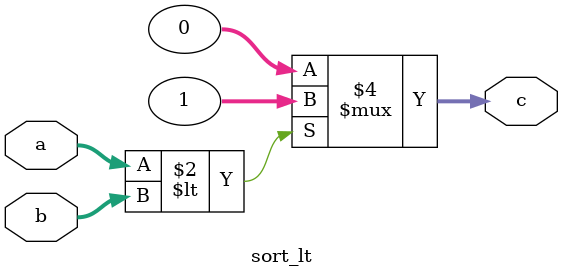
<source format=v>
`timescale 1ns / 1ps


module sort_lt(a, b, c); 

    // Parameter describing the width of N = 32
    parameter DATAWIDTH = 32;

    // Input and output declarations for the reg module
    input [DATAWIDTH-1:0] a, b;
    output reg [DATAWIDTH-1:0] c;

    always @(a, b) begin
        if (a < b) begin
            c <= 1;
        end else begin
            c <= 0;
        end
    end

endmodule

</source>
